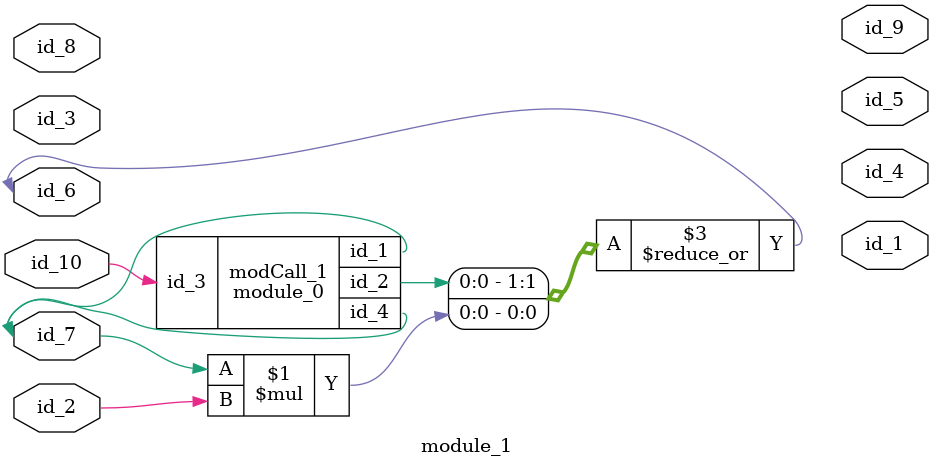
<source format=v>
module module_0 (
    id_1,
    id_2,
    id_3,
    id_4
);
  inout wire id_4;
  input wire id_3;
  inout wire id_2;
  output wire id_1;
  assign id_2 = id_2;
  assign id_4 = id_4;
endmodule
module module_1 (
    id_1,
    id_2,
    id_3,
    id_4,
    id_5,
    id_6,
    id_7,
    id_8,
    id_9,
    id_10
);
  input wire id_10;
  output wire id_9;
  input wire id_8;
  inout wire id_7;
  inout wor id_6;
  module_0 modCall_1 (
      id_7,
      id_6,
      id_10,
      id_7
  );
  output wire id_5;
  output wire id_4;
  inout wire id_3;
  input wire id_2;
  output wire id_1;
  assign id_6 = id_7 * id_2;
endmodule

</source>
